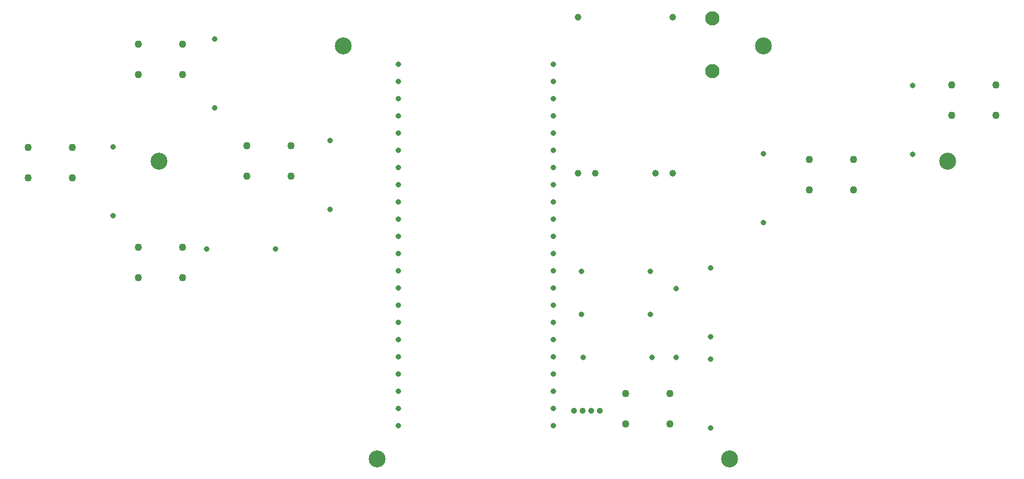
<source format=gbr>
%TF.GenerationSoftware,KiCad,Pcbnew,7.0.10*%
%TF.CreationDate,2024-01-10T23:01:06+01:00*%
%TF.ProjectId,schematic2,73636865-6d61-4746-9963-322e6b696361,V2.0*%
%TF.SameCoordinates,Original*%
%TF.FileFunction,Plated,1,2,PTH,Drill*%
%TF.FilePolarity,Positive*%
%FSLAX46Y46*%
G04 Gerber Fmt 4.6, Leading zero omitted, Abs format (unit mm)*
G04 Created by KiCad (PCBNEW 7.0.10) date 2024-01-10 23:01:06*
%MOMM*%
%LPD*%
G01*
G04 APERTURE LIST*
%TA.AperFunction,ComponentDrill*%
%ADD10C,0.800000*%
%TD*%
%TA.AperFunction,ComponentDrill*%
%ADD11C,0.900000*%
%TD*%
%TA.AperFunction,ComponentDrill*%
%ADD12C,1.000000*%
%TD*%
%TA.AperFunction,ComponentDrill*%
%ADD13C,1.100000*%
%TD*%
%TA.AperFunction,ComponentDrill*%
%ADD14C,2.100000*%
%TD*%
%TA.AperFunction,ComponentDrill*%
%ADD15C,2.500000*%
%TD*%
G04 APERTURE END LIST*
D10*
%TO.C,R5*%
X39836900Y-44920000D03*
X39836900Y-55080000D03*
%TO.C,R4*%
X53676900Y-60000000D03*
%TO.C,R3*%
X54836900Y-29000000D03*
X54836900Y-39160000D03*
%TO.C,R4*%
X63836900Y-60000000D03*
%TO.C,R6*%
X71836900Y-44000000D03*
X71836900Y-54160000D03*
%TO.C,U1*%
X81911900Y-32725000D03*
X81911900Y-35265000D03*
X81911900Y-37805000D03*
X81911900Y-40345000D03*
X81911900Y-42885000D03*
X81911900Y-45425000D03*
X81911900Y-47965000D03*
X81911900Y-50505000D03*
X81911900Y-53045000D03*
X81911900Y-55585000D03*
X81911900Y-58125000D03*
X81911900Y-60665000D03*
X81911900Y-63205000D03*
X81911900Y-65745000D03*
X81911900Y-68285000D03*
X81911900Y-70825000D03*
X81911900Y-73365000D03*
X81911900Y-75905000D03*
X81911900Y-78445000D03*
X81911900Y-80985000D03*
X81911900Y-83525000D03*
X81911900Y-86065000D03*
X104771900Y-40345000D03*
X104771900Y-42885000D03*
X104771900Y-45425000D03*
X104771900Y-47965000D03*
X104771900Y-50505000D03*
X104771900Y-53045000D03*
X104771900Y-55585000D03*
X104771900Y-58125000D03*
X104771900Y-60665000D03*
X104771900Y-63205000D03*
X104771900Y-65745000D03*
X104771900Y-68285000D03*
X104771900Y-70825000D03*
X104771900Y-73365000D03*
X104771900Y-75905000D03*
X104771900Y-78445000D03*
X104771900Y-80985000D03*
X104771900Y-83525000D03*
X104771900Y-86065000D03*
X104775580Y-32727720D03*
X104775580Y-35267720D03*
X104775580Y-37807720D03*
%TO.C,R8*%
X108966000Y-63252900D03*
%TO.C,R9*%
X108966000Y-69602900D03*
%TO.C,R10*%
X109220000Y-75952900D03*
%TO.C,R8*%
X119126000Y-63252900D03*
%TO.C,R9*%
X119126000Y-69602900D03*
%TO.C,R10*%
X119380000Y-75952900D03*
%TO.C,R7*%
X122936000Y-65792900D03*
X122936000Y-75952900D03*
%TO.C,R11*%
X128016000Y-62744900D03*
X128016000Y-72904900D03*
%TO.C,R12*%
X128016000Y-76206900D03*
X128016000Y-86366900D03*
%TO.C,R2*%
X135836900Y-45920000D03*
X135836900Y-56080000D03*
%TO.C,R1*%
X157836900Y-35840000D03*
X157836900Y-46000000D03*
D11*
%TO.C,J3*%
X107819900Y-83826900D03*
X109089900Y-83826900D03*
X110359900Y-83826900D03*
X111629900Y-83826900D03*
D12*
%TO.C,J2*%
X108454700Y-25773300D03*
X108454700Y-48773300D03*
X110994700Y-48773300D03*
X119914700Y-48773300D03*
X122454700Y-25773300D03*
X122454700Y-48773300D03*
D13*
%TO.C,SW5*%
X27336900Y-45000000D03*
X27336900Y-49500000D03*
X33836900Y-45000000D03*
X33836900Y-49500000D03*
%TO.C,SW3*%
X43586900Y-29750000D03*
X43586900Y-34250000D03*
%TO.C,SW4*%
X43586900Y-59750000D03*
X43586900Y-64250000D03*
%TO.C,SW3*%
X50086900Y-29750000D03*
X50086900Y-34250000D03*
%TO.C,SW4*%
X50086900Y-59750000D03*
X50086900Y-64250000D03*
%TO.C,SW6*%
X59586900Y-44750000D03*
X59586900Y-49250000D03*
X66086900Y-44750000D03*
X66086900Y-49250000D03*
%TO.C,SW7*%
X115491900Y-81322900D03*
X115491900Y-85822900D03*
X121991900Y-81322900D03*
X121991900Y-85822900D03*
%TO.C,SW2*%
X142586900Y-46750000D03*
X142586900Y-51250000D03*
X149086900Y-46750000D03*
X149086900Y-51250000D03*
%TO.C,SW1*%
X163586900Y-35750000D03*
X163586900Y-40250000D03*
X170086900Y-35750000D03*
X170086900Y-40250000D03*
D14*
%TO.C,J1*%
X128270000Y-25914900D03*
X128270000Y-33714900D03*
D15*
%TO.C,H5*%
X46679800Y-46993900D03*
%TO.C,H1*%
X73836900Y-30000000D03*
%TO.C,H3*%
X78836900Y-91000000D03*
%TO.C,H4*%
X130836900Y-91000000D03*
%TO.C,H2*%
X135836900Y-30000000D03*
%TO.C,H6*%
X162994000Y-46993900D03*
M02*

</source>
